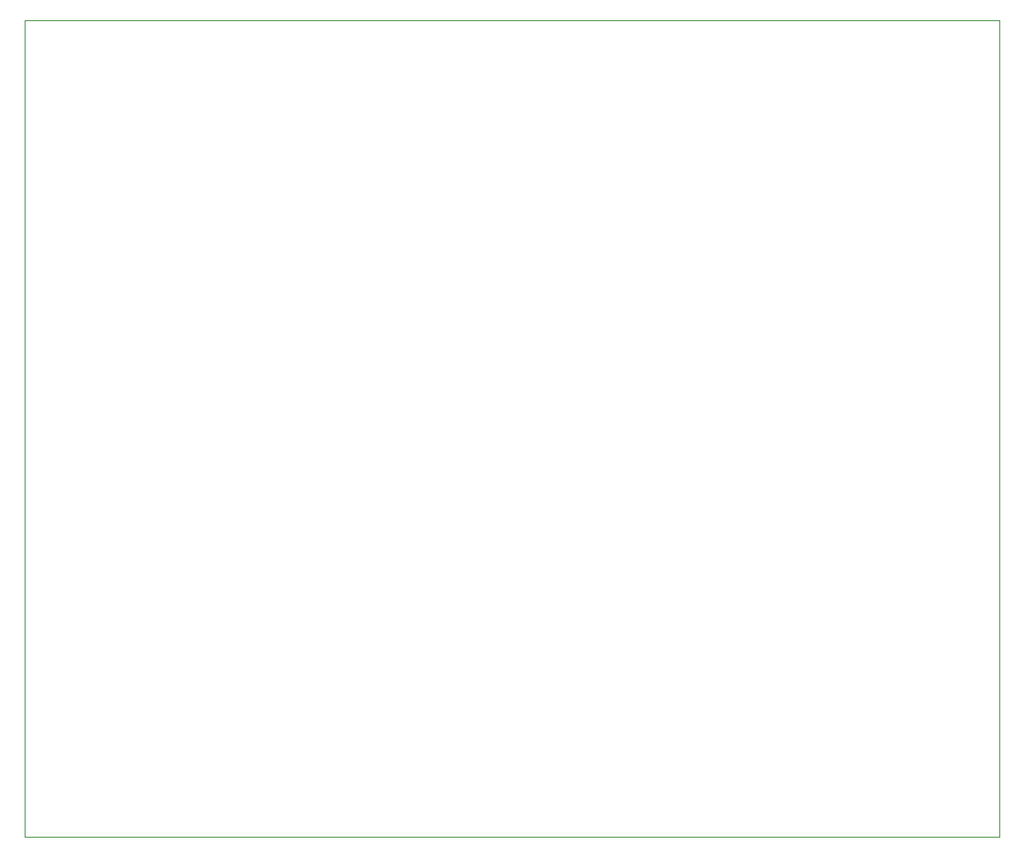
<source format=gm1>
%TF.GenerationSoftware,KiCad,Pcbnew,8.0.5*%
%TF.CreationDate,2024-10-29T23:26:29-04:00*%
%TF.ProjectId,Jetson_Extension_Board,4a657473-6f6e-45f4-9578-74656e73696f,rev?*%
%TF.SameCoordinates,Original*%
%TF.FileFunction,Profile,NP*%
%FSLAX46Y46*%
G04 Gerber Fmt 4.6, Leading zero omitted, Abs format (unit mm)*
G04 Created by KiCad (PCBNEW 8.0.5) date 2024-10-29 23:26:29*
%MOMM*%
%LPD*%
G01*
G04 APERTURE LIST*
%TA.AperFunction,Profile*%
%ADD10C,0.050000*%
%TD*%
G04 APERTURE END LIST*
D10*
X87750000Y-67500000D02*
X181500000Y-67500000D01*
X181500000Y-146000000D01*
X87750000Y-146000000D01*
X87750000Y-67500000D01*
M02*

</source>
